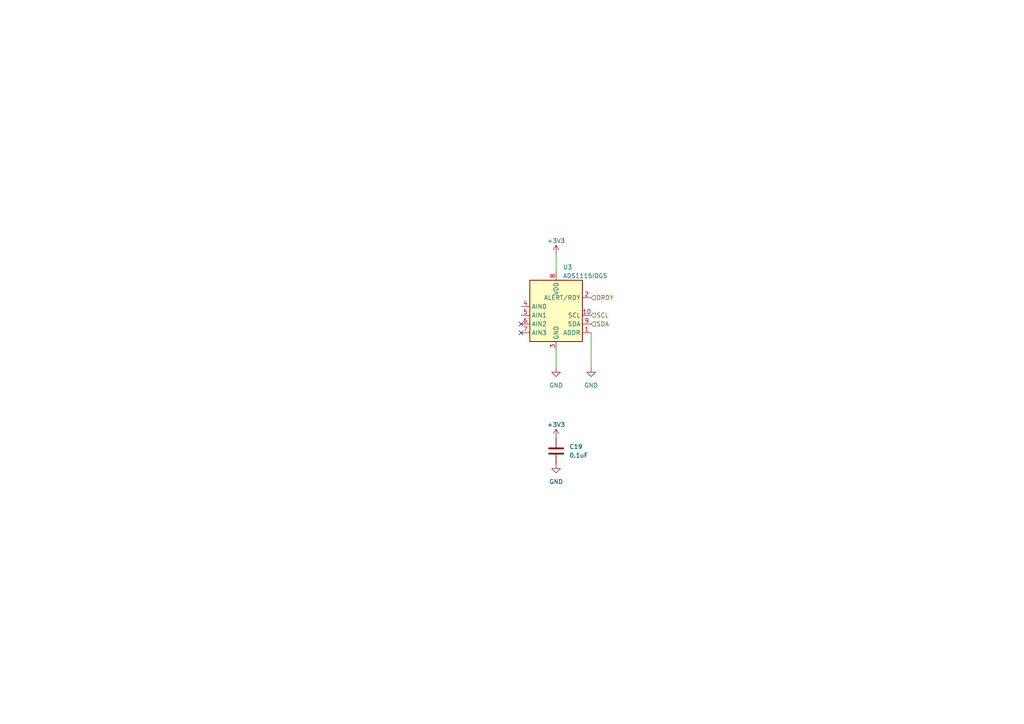
<source format=kicad_sch>
(kicad_sch (version 20230121) (generator eeschema)
  (paper "A4")
  (lib_symbols
    (symbol "Analog_ADC:ADS1115IDGS"
      (property "Reference" "U" (at 2.54 13.97 0))
      (property "Value" "ADS1115IDGS" (at 7.62 11.43 0))
      (symbol "ADS1115IDGS_0_1"
        (rectangle (start -7.62 10.16) (end 7.62 -7.62) (stroke (width 0.254)) (fill (type background)))
      )
      (symbol "ADS1115IDGS_1_1"
        (pin input line (at 10.16 -5.08 180) (length 2.54) (name "ADDR") (number "1"))
        (pin input line (at 10.16 0 180) (length 2.54) (name "SCL") (number "10"))
        (pin output line (at 10.16 5.08 180) (length 2.54) (name "ALERT/RDY") (number "2"))
        (pin power_in line (at 0 -10.16 90) (length 2.54) (name "GND") (number "3"))
        (pin input line (at -10.16 2.54 0) (length 2.54) (name "AIN0") (number "4"))
        (pin input line (at -10.16 0 0) (length 2.54) (name "AIN1") (number "5"))
        (pin input line (at -10.16 -2.54 0) (length 2.54) (name "AIN2") (number "6"))
        (pin input line (at -10.16 -5.08 0) (length 2.54) (name "AIN3") (number "7"))
        (pin power_in line (at 0 12.7 270) (length 2.54) (name "VDD") (number "8"))
        (pin bidirectional line (at 10.16 -2.54 180) (length 2.54) (name "SDA") (number "9"))
      )
    )
    (symbol "Device:C" (pin_numbers hide) (pin_names (offset 0.254))
      (property "Reference" "C" (at 0.635 2.54 0))
      (property "Value" "C" (at 0.635 -2.54 0))
      (symbol "C_0_1"
        (polyline (pts (xy -2.032 -0.762) (xy 2.032 -0.762)) (stroke (width 0.508)))
        (polyline (pts (xy -2.032 0.762) (xy 2.032 0.762)) (stroke (width 0.508)))
      )
      (symbol "C_1_1"
        (pin passive line (at 0 3.81 270) (length 2.794) (name "~") (number "1"))
        (pin passive line (at 0 -3.81 90) (length 2.794) (name "~") (number "2"))
      )
    )
    (symbol "power:+3V3" (power) (pin_names (offset 0))
      (property "Value" "+3V3" (at 0 3.556 0))
      (symbol "+3V3_0_1"
        (polyline (pts (xy -0.762 1.27) (xy 0 2.54)))
        (polyline (pts (xy 0 0) (xy 0 2.54)))
        (polyline (pts (xy 0 2.54) (xy 0.762 1.27)))
      )
      (symbol "+3V3_1_1"
        (pin power_in line (at 0 0 90) (length 0) hide (name "+3V3") (number "1"))
      )
    )
    (symbol "power:GND" (power) (pin_names (offset 0))
      (property "Value" "GND" (at 0 -3.81 0))
      (symbol "GND_0_1"
        (polyline (pts (xy 0 0) (xy 0 -1.27) (xy 1.27 -1.27) (xy 0 -2.54) (xy -1.27 -1.27) (xy 0 -1.27)))
      )
      (symbol "GND_1_1"
        (pin power_in line (at 0 0 270) (length 0) hide (name "GND") (number "1"))
      )
    )
  )
  (no_connect (at 151.13 93.98))
  (no_connect (at 151.13 96.52))
  (wire (pts (xy 161.29 73.66) (xy 161.29 78.74)))
  (wire (pts (xy 161.29 106.68) (xy 161.29 101.6)))
  (wire (pts (xy 171.45 106.68) (xy 171.45 96.52)))
  (hierarchical_label "DRDY" (shape input) (at 171.45 86.36 0) (property "Intersheetrefs" "${INTERSHEET_REFS}" (effects hide)))
  (hierarchical_label "SCL" (shape input) (at 171.45 91.44 0))
  (hierarchical_label "SDA" (shape input) (at 171.45 93.98 0))
  (symbol (lib_id "power:+3V3") (at 161.29 127 0) (unit 1)
    (property "Reference" "#PWR014" (effects hide))
    (property "Value" "+3V3" (at 161.29 123.19 0))
  )
  (symbol (lib_id "Device:C") (at 161.29 130.81 0) (unit 1)
    (property "Reference" "C19" (at 165.1 129.5399 0) (effects (justify left)))
    (property "Value" "0.1uF" (at 165.1 132.0799 0) (effects (justify left)))
    (property "Footprint" "Capacitor_SMD:C_0603_1608Metric_Pad1.08x0.95mm_HandSolder" (effects hide))
    (property "MPN" "06035C104KAT4A" (effects hide))
    (property "INFO" "DIGIKEY" (effects hide))
    (property "Supplier Part Number" "478-10346-1-ND" (effects hide))
    (instances (project "ESP-methanesense" (path "" (reference "C19") (unit 1)) (path "" (reference "C6") (unit 1)) (path "" (reference "C11") (unit 1))) (project "opengeiger" (path "" (reference "C9") (unit 1))))
  )
  (symbol (lib_id "power:GND") (at 161.29 134.62 0) (unit 1)
    (property "Reference" "#PWR016" (effects hide))
    (property "Value" "GND" (at 161.29 139.7 0))
  )
  (symbol (lib_id "power:+3V3") (at 161.29 73.66 0) (unit 1)
    (property "Reference" "#PWR011" (effects hide))
    (property "Value" "+3V3" (at 161.29 69.85 0))
  )
  (symbol (lib_id "Analog_ADC:ADS1115IDGS") (at 161.29 91.44 0) (unit 1)
    (property "Reference" "U3" (at 163.2459 77.47 0) (effects (justify left)))
    (property "Value" "ADS1115IDGS" (at 163.2459 80.01 0) (effects (justify left)))
    (property "Footprint" "Package_SO:TSSOP-10_3x3mm_P0.5mm" (effects hide))
    (property "Datasheet" "http://www.ti.com/lit/ds/symlink/ads1113.pdf" (effects hide))
  )
  (symbol (lib_id "power:GND") (at 171.45 106.68 0) (unit 1)
    (property "Reference" "#PWR021" (effects hide))
    (property "Value" "GND" (at 171.45 111.76 0))
  )
  (symbol (lib_id "power:GND") (at 161.29 106.68 0) (unit 1)
    (property "Reference" "#PWR013" (effects hide))
    (property "Value" "GND" (at 161.29 111.76 0))
  )
)
</source>
